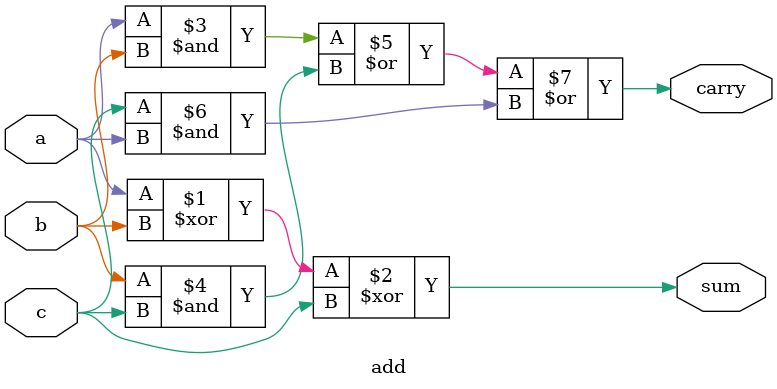
<source format=v>
module add(
       input a,b,c,
       output sum,carry);
       assign sum = a ^ b ^ c;
       assign carry = (a & b) | (b & c)  | (c & a) ;

endmodule


</source>
